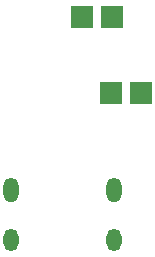
<source format=gbs>
G04 Layer: BottomSolderMaskLayer*
G04 EasyEDA v6.5.44, 2024-08-01 17:58:32*
G04 bf16dfa8b14249528ce45edaced80a03,d882a8cb847549dbb05e31b2b695811d,10*
G04 Gerber Generator version 0.2*
G04 Scale: 100 percent, Rotated: No, Reflected: No *
G04 Dimensions in millimeters *
G04 leading zeros omitted , absolute positions ,4 integer and 5 decimal *
%FSLAX45Y45*%
%MOMM*%

%AMMACRO1*4,1,8,-0.9211,-0.9508,-0.9508,-0.921,-0.9508,0.9211,-0.9211,0.9508,0.921,0.9508,0.9508,0.9211,0.9508,-0.921,0.921,-0.9508,-0.9211,-0.9508,0*%
%ADD10MACRO1*%
%ADD11O,1.3015976000000002X1.9015964*%
%ADD12O,1.3015976000000002X2.1015960000000002*%

%LPD*%
D10*
G01*
X5359400Y5829300D03*
G01*
X5613400Y5829300D03*
D11*
G01*
X5625287Y3942580D03*
D12*
G01*
X5625287Y4360562D03*
G01*
X4760264Y4360562D03*
D11*
G01*
X4760264Y3942580D03*
D10*
G01*
X5854700Y5181600D03*
G01*
X5600700Y5181600D03*
M02*

</source>
